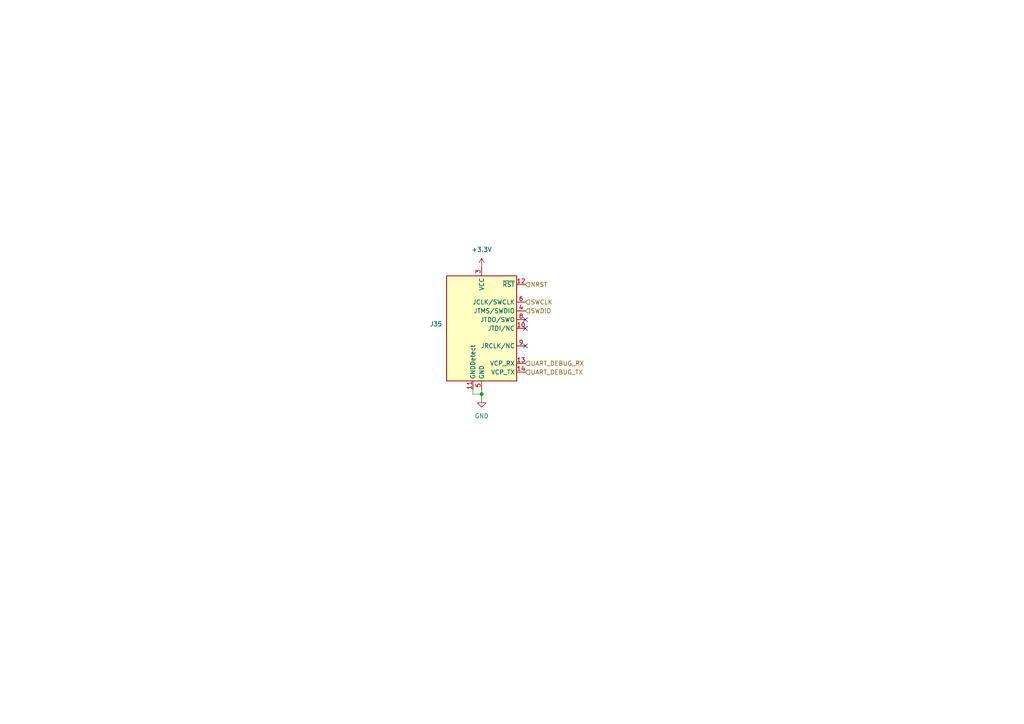
<source format=kicad_sch>
(kicad_sch (version 20250114) (generator "eeschema") (generator_version "9.0")
  (paper "A4")
  (lib_symbols
    (symbol "Connector:Conn_ST_STDC14"
      (property "Reference" "J" (at -8.89 16.51 0))
      (property "Value" "Conn_ST_STDC14" (at 17.78 16.51 0))
      (symbol "Conn_ST_STDC14_0_1"
        (rectangle (start -10.16 15.24) (end 10.16 -15.24) (stroke (width 0.254)) (fill (type background)))
      )
      (symbol "Conn_ST_STDC14_1_1"
        (pin no_connect line (at -10.16 5.08 0) (length 2.54) (hide yes) (name "NC") (number "1"))
        (pin no_connect line (at -10.16 2.54 0) (length 2.54) (hide yes) (name "NC") (number "2"))
        (pin passive line (at -2.54 -17.78 90) (length 2.54) (name "GNDDetect") (number "11"))
        (pin power_in line (at 0 17.78 270) (length 2.54) (name "VCC") (number "3"))
        (pin power_in line (at 0 -17.78 90) (length 2.54) (name "GND") (number "5"))
        (pin passive line (at 0 -17.78 90) (length 2.54) (hide yes) (name "GND") (number "7"))
        (pin open_collector line (at 12.7 12.7 180) (length 2.54) (name "~{RST}") (number "12"))
        (pin output line (at 12.7 7.62 180) (length 2.54) (name "JCLK/SWCLK") (number "6"))
        (pin bidirectional line (at 12.7 5.08 180) (length 2.54) (name "JTMS/SWDIO") (number "4"))
        (pin input line (at 12.7 2.54 180) (length 2.54) (name "JTDO/SWO") (number "8"))
        (pin output line (at 12.7 0 180) (length 2.54) (name "JTDI/NC") (number "10"))
        (pin input line (at 12.7 -5.08 180) (length 2.54) (name "JRCLK/NC") (number "9"))
        (pin output line (at 12.7 -10.16 180) (length 2.54) (name "VCP_RX") (number "13"))
        (pin input line (at 12.7 -12.7 180) (length 2.54) (name "VCP_TX") (number "14"))
      )
    )
    (symbol "GND_13" (power) (pin_numbers (hide yes)) (pin_names (offset 0) (hide yes))
      (property "Value" "GND" (at 0 -3.81 0))
      (symbol "GND_13_0_1"
        (polyline (pts (xy 0 0) (xy 0 -1.27) (xy 1.27 -1.27) (xy 0 -2.54) (xy -1.27 -1.27) (xy 0 -1.27)))
      )
      (symbol "GND_13_1_1"
        (pin power_in line (at 0 0 270) (length 0) (name "~") (number "1"))
      )
    )
    (symbol "power:+3.3V" (power) (pin_numbers (hide yes)) (pin_names (offset 0) (hide yes))
      (property "Value" "+3.3V" (at 0 3.556 0))
      (symbol "+3.3V_0_1"
        (polyline (pts (xy -0.762 1.27) (xy 0 2.54)))
        (polyline (pts (xy 0 2.54) (xy 0.762 1.27)))
        (polyline (pts (xy 0 0) (xy 0 2.54)))
      )
      (symbol "+3.3V_1_1"
        (pin power_in line (at 0 0 90) (length 0) (name "~") (number "1"))
      )
    )
  )
  (junction (at 139.7 114.3))
  (no_connect (at 152.4 92.71))
  (no_connect (at 152.4 100.33))
  (no_connect (at 152.4 95.25))
  (wire (pts (xy 137.16 114.3) (xy 139.7 114.3)))
  (wire (pts (xy 137.16 113.03) (xy 137.16 114.3)))
  (wire (pts (xy 139.7 114.3) (xy 139.7 115.57)))
  (wire (pts (xy 139.7 113.03) (xy 139.7 114.3)))
  (hierarchical_label "UART_DEBUG_TX" (shape input) (at 152.4 107.95 0))
  (hierarchical_label "SWDIO" (shape input) (at 152.4 90.17 0))
  (hierarchical_label "NRST" (shape input) (at 152.4 82.55 0))
  (hierarchical_label "UART_DEBUG_RX" (shape input) (at 152.4 105.41 0))
  (hierarchical_label "SWCLK" (shape input) (at 152.4 87.63 0))
  (symbol (lib_id "Connector:Conn_ST_STDC14") (at 139.7 95.25 0) (unit 1)
    (property "Reference" "J35" (at 128.27 93.9799 0) (effects (justify right)))
    (property "Value" "Conn_ST_STDC14" (effects (hide yes)))
    (property "Footprint" "Connector_PinHeader_1.27mm:PinHeader_2x07_P1.27mm_Vertical_SMD" (effects (hide yes)))
    (property "Datasheet" "https://www.st.com/content/ccc/resource/technical/document/user_manual/group1/99/49/91/b6/b2/3a/46/e5/DM00526767/files/DM00526767.pdf/jcr:content/translations/en.DM00526767.pdf" (effects (hide yes)))
    (property "Description" "ST Debug Connector, standard ARM Cortex-M SWD and JTAG interface plus UART" (effects (hide yes)))
    (property "MPN" "STLINK-V3MINIE" (effects (hide yes)))
  )
  (symbol (lib_name "GND_13") (lib_id "power:GND") (at 139.7 115.57 0) (unit 1)
    (property "Reference" "#PWR085" (effects (hide yes)))
    (property "Value" "GND" (at 139.7 120.65 0))
    (property "Description" "Power symbol creates a global label with name \"GND\" , ground" (effects (hide yes)))
  )
  (symbol (lib_id "power:+3.3V") (at 139.7 77.47 0) (unit 1)
    (property "Reference" "#PWR084" (effects (hide yes)))
    (property "Value" "+3.3V" (at 139.7 72.39 0))
  )
)
</source>
